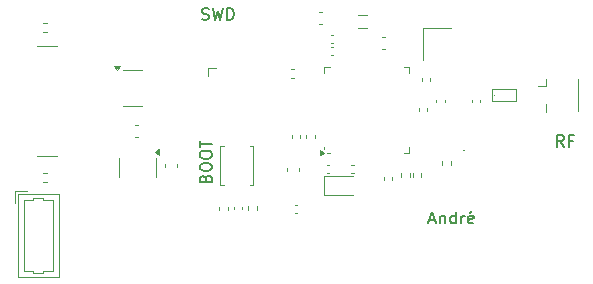
<source format=gbr>
%TF.GenerationSoftware,KiCad,Pcbnew,8.0.2*%
%TF.CreationDate,2024-11-05T19:48:56-03:00*%
%TF.ProjectId,BluetoothBoardSTM32,426c7565-746f-46f7-9468-426f61726453,rev?*%
%TF.SameCoordinates,PX2e0e41fPY5a51da2*%
%TF.FileFunction,Legend,Top*%
%TF.FilePolarity,Positive*%
%FSLAX46Y46*%
G04 Gerber Fmt 4.6, Leading zero omitted, Abs format (unit mm)*
G04 Created by KiCad (PCBNEW 8.0.2) date 2024-11-05 19:48:56*
%MOMM*%
%LPD*%
G01*
G04 APERTURE LIST*
%ADD10C,0.150000*%
%ADD11C,0.200000*%
%ADD12C,0.120000*%
%ADD13C,0.100000*%
G04 APERTURE END LIST*
D10*
X17746265Y22384906D02*
X17889122Y22337287D01*
X17889122Y22337287D02*
X18127217Y22337287D01*
X18127217Y22337287D02*
X18222455Y22384906D01*
X18222455Y22384906D02*
X18270074Y22432526D01*
X18270074Y22432526D02*
X18317693Y22527764D01*
X18317693Y22527764D02*
X18317693Y22623002D01*
X18317693Y22623002D02*
X18270074Y22718240D01*
X18270074Y22718240D02*
X18222455Y22765859D01*
X18222455Y22765859D02*
X18127217Y22813478D01*
X18127217Y22813478D02*
X17936741Y22861097D01*
X17936741Y22861097D02*
X17841503Y22908716D01*
X17841503Y22908716D02*
X17793884Y22956335D01*
X17793884Y22956335D02*
X17746265Y23051573D01*
X17746265Y23051573D02*
X17746265Y23146811D01*
X17746265Y23146811D02*
X17793884Y23242049D01*
X17793884Y23242049D02*
X17841503Y23289668D01*
X17841503Y23289668D02*
X17936741Y23337287D01*
X17936741Y23337287D02*
X18174836Y23337287D01*
X18174836Y23337287D02*
X18317693Y23289668D01*
X18651027Y23337287D02*
X18889122Y22337287D01*
X18889122Y22337287D02*
X19079598Y23051573D01*
X19079598Y23051573D02*
X19270074Y22337287D01*
X19270074Y22337287D02*
X19508170Y23337287D01*
X19889122Y22337287D02*
X19889122Y23337287D01*
X19889122Y23337287D02*
X20127217Y23337287D01*
X20127217Y23337287D02*
X20270074Y23289668D01*
X20270074Y23289668D02*
X20365312Y23194430D01*
X20365312Y23194430D02*
X20412931Y23099192D01*
X20412931Y23099192D02*
X20460550Y22908716D01*
X20460550Y22908716D02*
X20460550Y22765859D01*
X20460550Y22765859D02*
X20412931Y22575383D01*
X20412931Y22575383D02*
X20365312Y22480145D01*
X20365312Y22480145D02*
X20270074Y22384906D01*
X20270074Y22384906D02*
X20127217Y22337287D01*
X20127217Y22337287D02*
X19889122Y22337287D01*
D11*
X18050514Y8910113D02*
X18098133Y9052970D01*
X18098133Y9052970D02*
X18145752Y9100589D01*
X18145752Y9100589D02*
X18240990Y9148208D01*
X18240990Y9148208D02*
X18383847Y9148208D01*
X18383847Y9148208D02*
X18479085Y9100589D01*
X18479085Y9100589D02*
X18526705Y9052970D01*
X18526705Y9052970D02*
X18574324Y8957732D01*
X18574324Y8957732D02*
X18574324Y8576780D01*
X18574324Y8576780D02*
X17574324Y8576780D01*
X17574324Y8576780D02*
X17574324Y8910113D01*
X17574324Y8910113D02*
X17621943Y9005351D01*
X17621943Y9005351D02*
X17669562Y9052970D01*
X17669562Y9052970D02*
X17764800Y9100589D01*
X17764800Y9100589D02*
X17860038Y9100589D01*
X17860038Y9100589D02*
X17955276Y9052970D01*
X17955276Y9052970D02*
X18002895Y9005351D01*
X18002895Y9005351D02*
X18050514Y8910113D01*
X18050514Y8910113D02*
X18050514Y8576780D01*
X17574324Y9767256D02*
X17574324Y9957732D01*
X17574324Y9957732D02*
X17621943Y10052970D01*
X17621943Y10052970D02*
X17717181Y10148208D01*
X17717181Y10148208D02*
X17907657Y10195827D01*
X17907657Y10195827D02*
X18240990Y10195827D01*
X18240990Y10195827D02*
X18431466Y10148208D01*
X18431466Y10148208D02*
X18526705Y10052970D01*
X18526705Y10052970D02*
X18574324Y9957732D01*
X18574324Y9957732D02*
X18574324Y9767256D01*
X18574324Y9767256D02*
X18526705Y9672018D01*
X18526705Y9672018D02*
X18431466Y9576780D01*
X18431466Y9576780D02*
X18240990Y9529161D01*
X18240990Y9529161D02*
X17907657Y9529161D01*
X17907657Y9529161D02*
X17717181Y9576780D01*
X17717181Y9576780D02*
X17621943Y9672018D01*
X17621943Y9672018D02*
X17574324Y9767256D01*
X17574324Y10814875D02*
X17574324Y11005351D01*
X17574324Y11005351D02*
X17621943Y11100589D01*
X17621943Y11100589D02*
X17717181Y11195827D01*
X17717181Y11195827D02*
X17907657Y11243446D01*
X17907657Y11243446D02*
X18240990Y11243446D01*
X18240990Y11243446D02*
X18431466Y11195827D01*
X18431466Y11195827D02*
X18526705Y11100589D01*
X18526705Y11100589D02*
X18574324Y11005351D01*
X18574324Y11005351D02*
X18574324Y10814875D01*
X18574324Y10814875D02*
X18526705Y10719637D01*
X18526705Y10719637D02*
X18431466Y10624399D01*
X18431466Y10624399D02*
X18240990Y10576780D01*
X18240990Y10576780D02*
X17907657Y10576780D01*
X17907657Y10576780D02*
X17717181Y10624399D01*
X17717181Y10624399D02*
X17621943Y10719637D01*
X17621943Y10719637D02*
X17574324Y10814875D01*
X17574324Y11529161D02*
X17574324Y12100589D01*
X18574324Y11814875D02*
X17574324Y11814875D01*
D10*
X48365312Y11587287D02*
X48031979Y12063478D01*
X47793884Y11587287D02*
X47793884Y12587287D01*
X47793884Y12587287D02*
X48174836Y12587287D01*
X48174836Y12587287D02*
X48270074Y12539668D01*
X48270074Y12539668D02*
X48317693Y12492049D01*
X48317693Y12492049D02*
X48365312Y12396811D01*
X48365312Y12396811D02*
X48365312Y12253954D01*
X48365312Y12253954D02*
X48317693Y12158716D01*
X48317693Y12158716D02*
X48270074Y12111097D01*
X48270074Y12111097D02*
X48174836Y12063478D01*
X48174836Y12063478D02*
X47793884Y12063478D01*
X49127217Y12111097D02*
X48793884Y12111097D01*
X48793884Y11587287D02*
X48793884Y12587287D01*
X48793884Y12587287D02*
X49270074Y12587287D01*
X36996265Y5373002D02*
X37472455Y5373002D01*
X36901027Y5087287D02*
X37234360Y6087287D01*
X37234360Y6087287D02*
X37567693Y5087287D01*
X37901027Y5753954D02*
X37901027Y5087287D01*
X37901027Y5658716D02*
X37948646Y5706335D01*
X37948646Y5706335D02*
X38043884Y5753954D01*
X38043884Y5753954D02*
X38186741Y5753954D01*
X38186741Y5753954D02*
X38281979Y5706335D01*
X38281979Y5706335D02*
X38329598Y5611097D01*
X38329598Y5611097D02*
X38329598Y5087287D01*
X39234360Y5087287D02*
X39234360Y6087287D01*
X39234360Y5134906D02*
X39139122Y5087287D01*
X39139122Y5087287D02*
X38948646Y5087287D01*
X38948646Y5087287D02*
X38853408Y5134906D01*
X38853408Y5134906D02*
X38805789Y5182526D01*
X38805789Y5182526D02*
X38758170Y5277764D01*
X38758170Y5277764D02*
X38758170Y5563478D01*
X38758170Y5563478D02*
X38805789Y5658716D01*
X38805789Y5658716D02*
X38853408Y5706335D01*
X38853408Y5706335D02*
X38948646Y5753954D01*
X38948646Y5753954D02*
X39139122Y5753954D01*
X39139122Y5753954D02*
X39234360Y5706335D01*
X39710551Y5087287D02*
X39710551Y5753954D01*
X39710551Y5563478D02*
X39758170Y5658716D01*
X39758170Y5658716D02*
X39805789Y5706335D01*
X39805789Y5706335D02*
X39901027Y5753954D01*
X39901027Y5753954D02*
X39996265Y5753954D01*
X40710551Y5134906D02*
X40615313Y5087287D01*
X40615313Y5087287D02*
X40424837Y5087287D01*
X40424837Y5087287D02*
X40329599Y5134906D01*
X40329599Y5134906D02*
X40281980Y5230145D01*
X40281980Y5230145D02*
X40281980Y5611097D01*
X40281980Y5611097D02*
X40329599Y5706335D01*
X40329599Y5706335D02*
X40424837Y5753954D01*
X40424837Y5753954D02*
X40615313Y5753954D01*
X40615313Y5753954D02*
X40710551Y5706335D01*
X40710551Y5706335D02*
X40758170Y5611097D01*
X40758170Y5611097D02*
X40758170Y5515859D01*
X40758170Y5515859D02*
X40281980Y5420621D01*
X40615313Y6134906D02*
X40472456Y5992049D01*
D12*
%TO.C,U3*%
X10734605Y9844606D02*
X10734605Y10644606D01*
X10734605Y9844606D02*
X10734605Y9044606D01*
X13854605Y9844606D02*
X13854605Y10644606D01*
X13854605Y9844606D02*
X13854605Y9044606D01*
X14134605Y10904606D02*
X13804605Y11144606D01*
X14134605Y11384606D01*
X14134605Y10904606D01*
G36*
X14134605Y10904606D02*
G01*
X13804605Y11144606D01*
X14134605Y11384606D01*
X14134605Y10904606D01*
G37*
%TO.C,C4*%
X36097105Y14834942D02*
X36097105Y14619270D01*
X36817105Y14834942D02*
X36817105Y14619270D01*
%TO.C,SW1*%
X19307105Y11657106D02*
X19307105Y8357106D01*
X19307105Y8357106D02*
X19607105Y8357106D01*
X19607105Y11657106D02*
X19307105Y11657106D01*
X21807105Y11657106D02*
X22107105Y11657106D01*
X22107105Y11657106D02*
X22107105Y8357106D01*
X22107105Y8357106D02*
X21807105Y8357106D01*
%TO.C,C10*%
X30399269Y10067106D02*
X30614941Y10067106D01*
X30399269Y9347106D02*
X30614941Y9347106D01*
%TO.C,X1*%
X36507105Y21657106D02*
X36507105Y18957106D01*
X38807105Y21657106D02*
X36507105Y21657106D01*
%TO.C,R1*%
X19177105Y6520747D02*
X19177105Y6213465D01*
X19937105Y6520747D02*
X19937105Y6213465D01*
D13*
%TO.C,FLT1*%
X42319605Y16457106D02*
X44319605Y16457106D01*
X42319605Y15457106D02*
X42319605Y16457106D01*
X44319605Y16457106D02*
X44319605Y15457106D01*
X44319605Y15457106D02*
X42319605Y15457106D01*
X42449606Y15957106D02*
X42449606Y15957106D01*
X42449606Y15957106D01*
X42449606Y15957106D01*
X42449606Y15957106D01*
X42449606Y15957106D01*
X42449606Y15957105D01*
X42449606Y15957105D01*
X42449606Y15957105D01*
X42449606Y15957105D01*
X42449606Y15957105D01*
X42449606Y15957105D01*
X42449606Y15957105D01*
X42449605Y15957105D01*
X42449605Y15957105D01*
X42449605Y15957105D01*
X42449605Y15957105D01*
X42449605Y15957105D01*
X42449605Y15957105D01*
X42449605Y15957105D01*
X42449605Y15957105D01*
X42449605Y15957105D01*
X42449605Y15957105D01*
X42449605Y15957105D01*
X42449605Y15957105D01*
X42449604Y15957105D01*
X42449604Y15957105D01*
X42449604Y15957105D01*
X42449604Y15957105D01*
X42449604Y15957105D01*
X42449604Y15957105D01*
X42449604Y15957106D01*
X42449604Y15957106D01*
X42449604Y15957106D01*
X42449604Y15957106D01*
X42449604Y15957106D01*
X42449604Y15957106D01*
X42449604Y15957106D02*
X42449604Y15957106D01*
X42449604Y15957106D01*
X42449604Y15957106D01*
X42449604Y15957106D01*
X42449604Y15957106D01*
X42449604Y15957106D01*
X42449604Y15957107D01*
X42449604Y15957107D01*
X42449604Y15957107D01*
X42449604Y15957107D01*
X42449604Y15957107D01*
X42449605Y15957107D01*
X42449605Y15957107D01*
X42449605Y15957107D01*
X42449605Y15957107D01*
X42449605Y15957107D01*
X42449605Y15957107D01*
X42449605Y15957107D01*
X42449605Y15957107D01*
X42449605Y15957107D01*
X42449605Y15957107D01*
X42449605Y15957107D01*
X42449605Y15957107D01*
X42449606Y15957107D01*
X42449606Y15957107D01*
X42449606Y15957107D01*
X42449606Y15957107D01*
X42449606Y15957107D01*
X42449606Y15957107D01*
X42449606Y15957106D01*
X42449606Y15957106D01*
X42449606Y15957106D01*
X42449606Y15957106D01*
X42449606Y15957106D01*
X42449606Y15957106D01*
X42449606Y15957106D01*
D12*
%TO.C,C16*%
X36362105Y17394942D02*
X36362105Y17179270D01*
X37082105Y17394942D02*
X37082105Y17179270D01*
%TO.C,C8*%
X28884941Y21067106D02*
X28669269Y21067106D01*
X28884941Y20347106D02*
X28669269Y20347106D01*
%TO.C,J3*%
X18297105Y18252106D02*
X18932105Y18252106D01*
X18297105Y17617106D02*
X18297105Y18252106D01*
%TO.C,R6*%
X4313464Y9337106D02*
X4620746Y9337106D01*
X4313464Y8577106D02*
X4620746Y8577106D01*
%TO.C,U2*%
X11869605Y18117106D02*
X11069605Y18117106D01*
X11869605Y18117106D02*
X12669605Y18117106D01*
X11869605Y14997106D02*
X11069605Y14997106D01*
X11869605Y14997106D02*
X12669605Y14997106D01*
X10569605Y18067106D02*
X10329605Y18397106D01*
X10809605Y18397106D01*
X10569605Y18067106D01*
G36*
X10569605Y18067106D02*
G01*
X10329605Y18397106D01*
X10809605Y18397106D01*
X10569605Y18067106D01*
G37*
%TO.C,C9*%
X32991525Y20917106D02*
X33272685Y20917106D01*
X32991525Y19897106D02*
X33272685Y19897106D01*
%TO.C,C1*%
X24947105Y9822686D02*
X24947105Y9541526D01*
X25967105Y9822686D02*
X25967105Y9541526D01*
%TO.C,R3*%
X38077105Y10370747D02*
X38077105Y10063465D01*
X38837105Y10370747D02*
X38837105Y10063465D01*
%TO.C,L2*%
X30944983Y22767106D02*
X31744227Y22767106D01*
X30944983Y21647106D02*
X31744227Y21647106D01*
%TO.C,C3*%
X40597105Y15584942D02*
X40597105Y15369270D01*
X41317105Y15584942D02*
X41317105Y15369270D01*
%TO.C,C13*%
X27922685Y22967106D02*
X27641525Y22967106D01*
X27922685Y21947106D02*
X27641525Y21947106D01*
%TO.C,R4*%
X34577105Y9350747D02*
X34577105Y9043465D01*
X35337105Y9350747D02*
X35337105Y9043465D01*
%TO.C,C14*%
X25534941Y18167106D02*
X25319269Y18167106D01*
X25534941Y17447106D02*
X25319269Y17447106D01*
%TO.C,C18*%
X12372685Y13467106D02*
X12091525Y13467106D01*
X12372685Y12447106D02*
X12091525Y12447106D01*
%TO.C,C12*%
X33147105Y8999942D02*
X33147105Y8784270D01*
X33867105Y8999942D02*
X33867105Y8784270D01*
%TO.C,J2*%
X1907105Y7857106D02*
X1907105Y6857106D01*
X1907105Y7857106D02*
X2907105Y7857106D01*
X2197105Y7567106D02*
X2197105Y597106D01*
X2197105Y597106D02*
X5617105Y597106D01*
X2707105Y7057106D02*
X3457105Y7057106D01*
X2707105Y4082106D02*
X2707105Y7057106D01*
X2707105Y4082106D02*
X2707105Y1107106D01*
X2707105Y1107106D02*
X3457105Y1107106D01*
X3457105Y7257106D02*
X4257105Y7257106D01*
X3457105Y7057106D02*
X3457105Y7257106D01*
X3457105Y1107106D02*
X3457105Y907106D01*
X3457105Y907106D02*
X4257105Y907106D01*
X4257105Y7257106D02*
X4257105Y7057106D01*
X4257105Y7057106D02*
X5107105Y7057106D01*
X4257105Y1107106D02*
X5107105Y1107106D01*
X4257105Y907106D02*
X4257105Y1107106D01*
X5107105Y7057106D02*
X5107105Y4082106D01*
X5107105Y1107106D02*
X5107105Y4082106D01*
X5617105Y7567106D02*
X2197105Y7567106D01*
X5617105Y597106D02*
X5617105Y7567106D01*
%TO.C,C7*%
X28534941Y10067106D02*
X28319269Y10067106D01*
X28534941Y9347106D02*
X28319269Y9347106D01*
D13*
%TO.C,D1*%
X40007105Y11282106D02*
G75*
G02*
X39907105Y11282106I-50000J0D01*
G01*
X39907105Y11282106D02*
G75*
G02*
X40007105Y11282106I50000J0D01*
G01*
D12*
%TO.C,J1*%
X46872105Y17357106D02*
X46872105Y16717106D01*
X46872105Y16717106D02*
X46242105Y16717106D01*
X46872105Y14557106D02*
X46872105Y15197106D01*
X49592105Y17307106D02*
X49592105Y14607106D01*
%TO.C,R7*%
X4313464Y22087106D02*
X4620746Y22087106D01*
X4313464Y21327106D02*
X4620746Y21327106D01*
%TO.C,U1*%
X28097105Y18317106D02*
X28572105Y18317106D01*
X28097105Y17842106D02*
X28097105Y18317106D01*
X28097105Y11572106D02*
X28097105Y11397106D01*
X28572105Y11097106D02*
X28337105Y11097106D01*
X35317105Y18317106D02*
X34842105Y18317106D01*
X35317105Y17842106D02*
X35317105Y18317106D01*
X35317105Y11572106D02*
X35317105Y11097106D01*
X35317105Y11097106D02*
X34842105Y11097106D01*
X28097105Y11097106D02*
X27767105Y10857106D01*
X27767105Y11337106D01*
X28097105Y11097106D01*
G36*
X28097105Y11097106D02*
G01*
X27767105Y10857106D01*
X27767105Y11337106D01*
X28097105Y11097106D01*
G37*
%TO.C,J4*%
X3807105Y20127106D02*
X5507105Y20127106D01*
X3807105Y10787106D02*
X5507105Y10787106D01*
%TO.C,C11*%
X26597105Y12349270D02*
X26597105Y12564942D01*
X27317105Y12349270D02*
X27317105Y12564942D01*
%TO.C,X2*%
X28107105Y9107106D02*
X28107105Y7507106D01*
X28107105Y7507106D02*
X30507105Y7507106D01*
X30507105Y9107106D02*
X28107105Y9107106D01*
%TO.C,C6*%
X25347105Y12349270D02*
X25347105Y12564942D01*
X26067105Y12349270D02*
X26067105Y12564942D01*
%TO.C,R2*%
X21627105Y6550747D02*
X21627105Y6243465D01*
X22387105Y6550747D02*
X22387105Y6243465D01*
%TO.C,C15*%
X28884941Y20067106D02*
X28669269Y20067106D01*
X28884941Y19347106D02*
X28669269Y19347106D01*
%TO.C,R5*%
X35577105Y9360747D02*
X35577105Y9053465D01*
X36337105Y9360747D02*
X36337105Y9053465D01*
%TO.C,C2*%
X20447105Y6494942D02*
X20447105Y6279270D01*
X21167105Y6494942D02*
X21167105Y6279270D01*
%TO.C,C17*%
X25599269Y6667106D02*
X25814941Y6667106D01*
X25599269Y5947106D02*
X25814941Y5947106D01*
%TO.C,C19*%
X14597105Y9841526D02*
X14597105Y10122686D01*
X15617105Y9841526D02*
X15617105Y10122686D01*
%TO.C,C5*%
X37597105Y15584942D02*
X37597105Y15369270D01*
X38317105Y15584942D02*
X38317105Y15369270D01*
%TD*%
M02*

</source>
